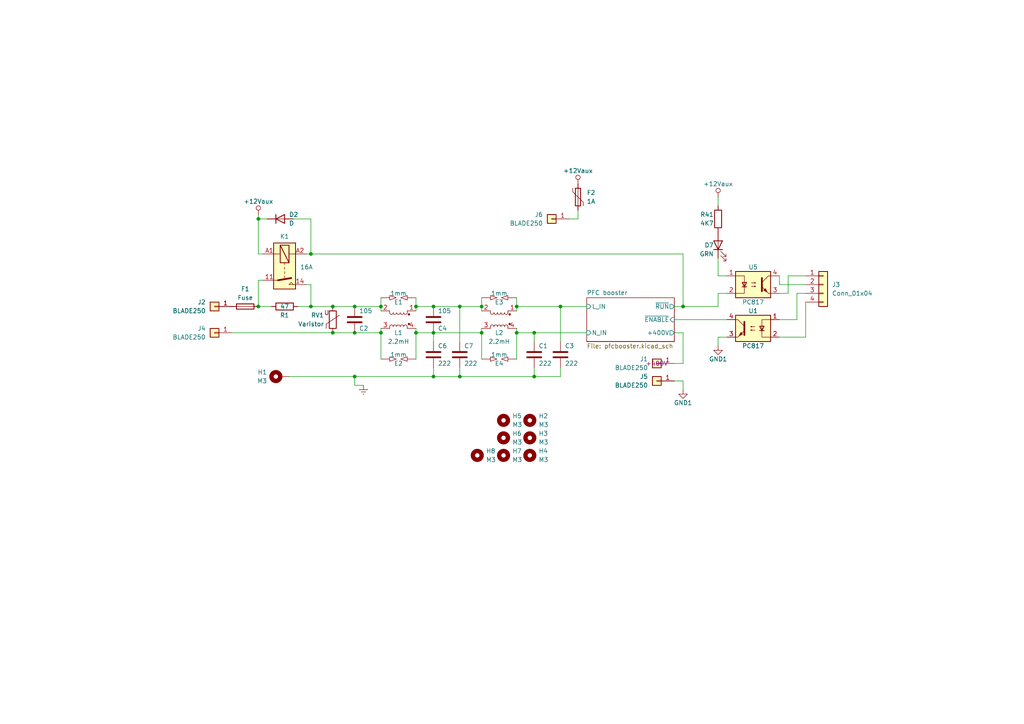
<source format=kicad_sch>
(kicad_sch (version 20230121) (generator eeschema)
  (paper "A4")
  (lib_symbols
    (symbol "Connector_Generic:Conn_01x01" (pin_names (offset 1.016) hide)
      (property "Reference" "J" (at 0 2.54 0))
      (property "Value" "Conn_01x01" (at 0 -2.54 0))
      (symbol "Conn_01x01_1_1"
        (rectangle (start -1.27 0.127) (end 0 -0.127) (stroke (width 0.1524)))
        (rectangle (start -1.27 1.27) (end 1.27 -1.27) (stroke (width 0.254)) (fill (type background)))
        (pin passive line (at -5.08 0 0) (length 3.81) (name "Pin_1") (number "1"))
      )
    )
    (symbol "Connector_Generic:Conn_01x04" (pin_names (offset 1.016) hide)
      (property "Reference" "J" (at 0 5.08 0))
      (property "Value" "Conn_01x04" (at 0 -7.62 0))
      (symbol "Conn_01x04_1_1"
        (rectangle (start -1.27 -4.953) (end 0 -5.207) (stroke (width 0.1524)))
        (rectangle (start -1.27 -2.413) (end 0 -2.667) (stroke (width 0.1524)))
        (rectangle (start -1.27 0.127) (end 0 -0.127) (stroke (width 0.1524)))
        (rectangle (start -1.27 2.667) (end 0 2.413) (stroke (width 0.1524)))
        (rectangle (start -1.27 3.81) (end 1.27 -6.35) (stroke (width 0.254)) (fill (type background)))
        (pin passive line (at -5.08 2.54 0) (length 3.81) (name "Pin_1") (number "1"))
        (pin passive line (at -5.08 0 0) (length 3.81) (name "Pin_2") (number "2"))
        (pin passive line (at -5.08 -2.54 0) (length 3.81) (name "Pin_3") (number "3"))
        (pin passive line (at -5.08 -5.08 0) (length 3.81) (name "Pin_4") (number "4"))
      )
    )
    (symbol "Device:C" (pin_numbers hide) (pin_names (offset 0.254))
      (property "Reference" "C" (at 0.635 2.54 0))
      (property "Value" "C" (at 0.635 -2.54 0))
      (symbol "C_0_1"
        (polyline (pts (xy -2.032 -0.762) (xy 2.032 -0.762)) (stroke (width 0.508)))
        (polyline (pts (xy -2.032 0.762) (xy 2.032 0.762)) (stroke (width 0.508)))
      )
      (symbol "C_1_1"
        (pin passive line (at 0 3.81 270) (length 2.794) (name "~") (number "1"))
        (pin passive line (at 0 -3.81 90) (length 2.794) (name "~") (number "2"))
      )
    )
    (symbol "Device:D" (pin_numbers hide) (pin_names (offset 1.016) hide)
      (property "Reference" "D" (at 0 2.54 0))
      (property "Value" "D" (at 0 -2.54 0))
      (symbol "D_0_1"
        (polyline (pts (xy -1.27 1.27) (xy -1.27 -1.27)) (stroke (width 0.254)))
        (polyline (pts (xy 1.27 0) (xy -1.27 0)))
        (polyline (pts (xy 1.27 1.27) (xy 1.27 -1.27) (xy -1.27 0) (xy 1.27 1.27)) (stroke (width 0.254)))
      )
      (symbol "D_1_1"
        (pin passive line (at -3.81 0 0) (length 2.54) (name "K") (number "1"))
        (pin passive line (at 3.81 0 180) (length 2.54) (name "A") (number "2"))
      )
    )
    (symbol "Device:Fuse" (pin_numbers hide) (pin_names (offset 0))
      (property "Reference" "F" (at 2.032 0 90))
      (property "Value" "Fuse" (at -1.905 0 90))
      (symbol "Fuse_0_1"
        (rectangle (start -0.762 -2.54) (end 0.762 2.54) (stroke (width 0.254)))
        (polyline (pts (xy 0 2.54) (xy 0 -2.54)))
      )
      (symbol "Fuse_1_1"
        (pin passive line (at 0 3.81 270) (length 1.27) (name "~") (number "1"))
        (pin passive line (at 0 -3.81 90) (length 1.27) (name "~") (number "2"))
      )
    )
    (symbol "Device:LED" (pin_numbers hide) (pin_names (offset 1.016) hide)
      (property "Reference" "D" (at 0 2.54 0))
      (property "Value" "LED" (at 0 -2.54 0))
      (symbol "LED_0_1"
        (polyline (pts (xy -1.27 -1.27) (xy -1.27 1.27)) (stroke (width 0.254)))
        (polyline (pts (xy -1.27 0) (xy 1.27 0)))
        (polyline (pts (xy 1.27 -1.27) (xy 1.27 1.27) (xy -1.27 0) (xy 1.27 -1.27)) (stroke (width 0.254)))
        (polyline (pts (xy -3.048 -0.762) (xy -4.572 -2.286) (xy -3.81 -2.286) (xy -4.572 -2.286) (xy -4.572 -1.524)))
        (polyline (pts (xy -1.778 -0.762) (xy -3.302 -2.286) (xy -2.54 -2.286) (xy -3.302 -2.286) (xy -3.302 -1.524)))
      )
      (symbol "LED_1_1"
        (pin passive line (at -3.81 0 0) (length 2.54) (name "K") (number "1"))
        (pin passive line (at 3.81 0 180) (length 2.54) (name "A") (number "2"))
      )
    )
    (symbol "Device:L_Coupled_1243" (pin_names (offset 0.254) hide)
      (property "Reference" "L" (at 0 4.445 0))
      (property "Value" "L_Coupled_1243" (at 0 -4.445 0))
      (symbol "L_Coupled_1243_0_1"
        (circle (center -3.048 -1.27) (radius 0.254) (fill (type outline)))
        (circle (center -3.048 1.524) (radius 0.254) (fill (type outline)))
        (arc (start -2.54 2.032) (mid -2.032 1.5262) (end -1.524 2.032))
        (arc (start -1.524 -2.032) (mid -2.032 -1.5262) (end -2.54 -2.032))
        (arc (start -1.524 2.032) (mid -1.016 1.5262) (end -0.508 2.032))
        (arc (start -0.508 -2.032) (mid -1.016 -1.5262) (end -1.524 -2.032))
        (arc (start -0.508 2.032) (mid 0 1.5262) (end 0.508 2.032))
        (polyline (pts (xy -2.54 -2.032) (xy -2.54 -2.54)))
        (polyline (pts (xy -2.54 2.032) (xy -2.54 2.54)))
        (polyline (pts (xy 2.54 -2.032) (xy 2.54 -2.54)))
        (polyline (pts (xy 2.54 2.54) (xy 2.54 2.032)))
        (arc (start 0.508 -2.032) (mid 0 -1.5262) (end -0.508 -2.032))
        (arc (start 0.508 2.032) (mid 1.016 1.5262) (end 1.524 2.032))
        (arc (start 1.524 -2.032) (mid 1.016 -1.5262) (end 0.508 -2.032))
        (arc (start 1.524 2.032) (mid 2.032 1.5262) (end 2.54 2.032))
        (arc (start 2.54 -2.032) (mid 2.032 -1.5262) (end 1.524 -2.032))
      )
      (symbol "L_Coupled_1243_1_1"
        (pin passive line (at -5.08 2.54 0) (length 2.54) (name "1") (number "1"))
        (pin passive line (at 5.08 2.54 180) (length 2.54) (name "2") (number "2"))
        (pin passive line (at 5.08 -2.54 180) (length 2.54) (name "3") (number "3"))
        (pin passive line (at -5.08 -2.54 0) (length 2.54) (name "4") (number "4"))
      )
    )
    (symbol "Device:Polyfuse" (pin_numbers hide) (pin_names (offset 0))
      (property "Reference" "F" (at -2.54 0 90))
      (property "Value" "Polyfuse" (at 2.54 0 90))
      (symbol "Polyfuse_0_1"
        (rectangle (start -0.762 2.54) (end 0.762 -2.54) (stroke (width 0.254)))
        (polyline (pts (xy 0 2.54) (xy 0 -2.54)))
        (polyline (pts (xy -1.524 2.54) (xy -1.524 1.524) (xy 1.524 -1.524) (xy 1.524 -2.54)))
      )
      (symbol "Polyfuse_1_1"
        (pin passive line (at 0 3.81 270) (length 1.27) (name "~") (number "1"))
        (pin passive line (at 0 -3.81 90) (length 1.27) (name "~") (number "2"))
      )
    )
    (symbol "Device:R" (pin_numbers hide) (pin_names (offset 0))
      (property "Reference" "R" (at 2.032 0 90))
      (property "Value" "R" (at 0 0 90))
      (symbol "R_0_1"
        (rectangle (start -1.016 -2.54) (end 1.016 2.54) (stroke (width 0.254)))
      )
      (symbol "R_1_1"
        (pin passive line (at 0 3.81 270) (length 1.27) (name "~") (number "1"))
        (pin passive line (at 0 -3.81 90) (length 1.27) (name "~") (number "2"))
      )
    )
    (symbol "Device:SparkGap" (pin_numbers hide) (pin_names (offset 0))
      (property "Reference" "E" (at 0 2.032 0))
      (property "Value" "SparkGap" (at 0 -1.905 0))
      (symbol "SparkGap_0_1"
        (polyline (pts (xy -2.54 0.635) (xy -2.54 -0.635) (xy -0.635 0) (xy -2.54 0.635)))
        (polyline (pts (xy 2.54 0.635) (xy 2.54 -0.635) (xy 0.635 0) (xy 2.54 0.635)))
      )
      (symbol "SparkGap_1_1"
        (pin passive line (at -5.08 0 0) (length 2.54) (name "~") (number "1"))
        (pin passive line (at 5.08 0 180) (length 2.54) (name "~") (number "2"))
      )
    )
    (symbol "Device:Varistor" (pin_numbers hide) (pin_names (offset 0))
      (property "Reference" "RV" (at 3.175 0 90))
      (property "Value" "Varistor" (at -3.175 0 90))
      (symbol "Varistor_0_0"
        (text "U" (at -1.778 -2.032 0) (effects (font (size 1.27 1.27))))
      )
      (symbol "Varistor_0_1"
        (rectangle (start -1.016 -2.54) (end 1.016 2.54) (stroke (width 0.254)))
        (polyline (pts (xy -1.905 2.54) (xy -1.905 1.27) (xy 1.905 -1.27)))
      )
      (symbol "Varistor_1_1"
        (pin passive line (at 0 3.81 270) (length 1.27) (name "~") (number "1"))
        (pin passive line (at 0 -3.81 90) (length 1.27) (name "~") (number "2"))
      )
    )
    (symbol "HR-parts:+12Vaux" (power) (pin_numbers hide) (pin_names (offset 0))
      (property "Value" "+12Vaux" (at 0 3.81 0))
      (symbol "+12Vaux_0_0"
        (pin power_in line (at 0 0 90) (length 0) hide (name "+12Vaux") (number "1"))
      )
      (symbol "+12Vaux_0_1"
        (polyline (pts (xy 0 0) (xy 0 1.27)))
        (circle (center 0 1.905) (radius 0.635))
      )
    )
    (symbol "HR-parts:RELAY_GENERIC_SPNO"
      (property "Reference" "K" (at 0 8.89 0))
      (property "Value" "RELAY_GENERIC_SPNO" (at 0 -8.89 0))
      (symbol "RELAY_GENERIC_SPNO_0_1"
        (rectangle (start -3.175 6.985) (end 3.175 -6.35) (stroke (width 0.254)) (fill (type background)))
        (rectangle (start -1.27 6.35) (end 1.27 1.27) (stroke (width 0.254)))
        (polyline (pts (xy -2.54 3.81) (xy -1.27 3.81)))
        (polyline (pts (xy -1.905 -3.81) (xy -2.54 -3.81)))
        (polyline (pts (xy -1.905 -3.81) (xy 1.905 -3.175)) (stroke (width 0.508)))
        (polyline (pts (xy -1.27 6.35) (xy 1.27 1.27)) (stroke (width 0.254)))
        (polyline (pts (xy 0 -2.54) (xy 0 -3.175)))
        (polyline (pts (xy 0 -1.27) (xy 0 -1.905)))
        (polyline (pts (xy 0 0) (xy 0 -0.635)))
        (polyline (pts (xy 0 1.27) (xy 0 0.635)))
        (polyline (pts (xy 2.54 3.81) (xy 1.27 3.81)))
        (polyline (pts (xy 2.54 -5.08) (xy 1.27 -5.08) (xy 1.905 -4.445) (xy 2.54 -5.08)))
      )
      (symbol "RELAY_GENERIC_SPNO_1_1"
        (pin passive line (at -6.35 -3.81 0) (length 3.81) (name "") (number "11"))
        (pin passive line (at 6.35 -5.08 180) (length 3.81) (name "") (number "14"))
        (pin passive line (at -6.35 3.81 0) (length 3.81) (name "") (number "A1"))
        (pin passive line (at 6.35 3.81 180) (length 3.81) (name "") (number "A2"))
      )
    )
    (symbol "Isolator:PC817" (pin_names (offset 1.016))
      (property "Reference" "U" (at -5.08 5.08 0))
      (property "Value" "PC817" (at 0 5.08 0))
      (symbol "PC817_0_1"
        (rectangle (start -5.08 3.81) (end 5.08 -3.81) (stroke (width 0.254)) (fill (type background)))
        (polyline (pts (xy -3.175 -0.635) (xy -1.905 -0.635)) (stroke (width 0.254)))
        (polyline (pts (xy 2.54 0.635) (xy 4.445 2.54)))
        (polyline (pts (xy 4.445 -2.54) (xy 2.54 -0.635)) (fill (type outline)))
        (polyline (pts (xy 4.445 -2.54) (xy 5.08 -2.54)))
        (polyline (pts (xy 4.445 2.54) (xy 5.08 2.54)))
        (polyline (pts (xy -5.08 2.54) (xy -2.54 2.54) (xy -2.54 -0.635)))
        (polyline (pts (xy -2.54 -0.635) (xy -2.54 -2.54) (xy -5.08 -2.54)))
        (polyline (pts (xy 2.54 1.905) (xy 2.54 -1.905) (xy 2.54 -1.905)) (stroke (width 0.508)))
        (polyline (pts (xy -2.54 -0.635) (xy -3.175 0.635) (xy -1.905 0.635) (xy -2.54 -0.635)) (stroke (width 0.254)))
        (polyline (pts (xy -0.508 -0.508) (xy 0.762 -0.508) (xy 0.381 -0.635) (xy 0.381 -0.381) (xy 0.762 -0.508)))
        (polyline (pts (xy -0.508 0.508) (xy 0.762 0.508) (xy 0.381 0.381) (xy 0.381 0.635) (xy 0.762 0.508)))
        (polyline (pts (xy 3.048 -1.651) (xy 3.556 -1.143) (xy 4.064 -2.159) (xy 3.048 -1.651) (xy 3.048 -1.651)) (fill (type outline)))
      )
      (symbol "PC817_1_1"
        (pin passive line (at -7.62 2.54 0) (length 2.54) (name "~") (number "1"))
        (pin passive line (at -7.62 -2.54 0) (length 2.54) (name "~") (number "2"))
        (pin passive line (at 7.62 -2.54 180) (length 2.54) (name "~") (number "3"))
        (pin passive line (at 7.62 2.54 180) (length 2.54) (name "~") (number "4"))
      )
    )
    (symbol "Mechanical:MountingHole" (pin_names (offset 1.016))
      (property "Reference" "H" (at 0 5.08 0))
      (property "Value" "MountingHole" (at 0 3.175 0))
      (symbol "MountingHole_0_1"
        (circle (center 0 0) (radius 1.27) (stroke (width 1.27)))
      )
    )
    (symbol "Mechanical:MountingHole_Pad" (pin_numbers hide) (pin_names (offset 1.016) hide)
      (property "Reference" "H" (at 0 6.35 0))
      (property "Value" "MountingHole_Pad" (at 0 4.445 0))
      (symbol "MountingHole_Pad_0_1"
        (circle (center 0 1.27) (radius 1.27) (stroke (width 1.27)))
      )
      (symbol "MountingHole_Pad_1_1"
        (pin input line (at 0 -2.54 90) (length 2.54) (name "1") (number "1"))
      )
    )
    (symbol "power:Earth" (power) (pin_names (offset 0))
      (symbol "Earth_0_1"
        (polyline (pts (xy -0.635 -1.905) (xy 0.635 -1.905)))
        (polyline (pts (xy -0.127 -2.54) (xy 0.127 -2.54)))
        (polyline (pts (xy 0 -1.27) (xy 0 0)))
        (polyline (pts (xy 1.27 -1.27) (xy -1.27 -1.27)))
      )
      (symbol "Earth_1_1"
        (pin power_in line (at 0 0 270) (length 0) hide (name "Earth") (number "1"))
      )
    )
    (symbol "power:GND1" (power) (pin_names (offset 0))
      (property "Value" "GND1" (at 0 -3.81 0))
      (symbol "GND1_0_1"
        (polyline (pts (xy 0 0) (xy 0 -1.27) (xy 1.27 -1.27) (xy 0 -2.54) (xy -1.27 -1.27) (xy 0 -1.27)))
      )
      (symbol "GND1_1_1"
        (pin power_in line (at 0 0 270) (length 0) hide (name "GND1") (number "1"))
      )
    )
  )
  (junction (at 102.87 88.9))
  (junction (at 149.86 96.52))
  (junction (at 154.94 96.52))
  (junction (at 154.94 109.22))
  (junction (at 139.7 96.52))
  (junction (at 120.65 96.52))
  (junction (at 102.87 96.52))
  (junction (at 125.73 109.22))
  (junction (at 133.35 88.9))
  (junction (at 133.35 109.22))
  (junction (at 125.73 96.52))
  (junction (at 139.7 88.9))
  (junction (at 74.93 88.9))
  (junction (at 198.12 88.9))
  (junction (at 110.49 88.9))
  (junction (at 149.86 88.9))
  (junction (at 162.56 88.9))
  (junction (at 102.87 109.22))
  (junction (at 90.17 73.66))
  (junction (at 90.17 88.9))
  (junction (at 96.52 96.52))
  (junction (at 125.73 88.9))
  (junction (at 110.49 96.52))
  (junction (at 96.52 88.9))
  (junction (at 120.65 88.9))
  (junction (at 74.93 63.5))
  (wire (pts (xy 149.86 95.25) (xy 149.86 96.52)))
  (wire (pts (xy 162.56 88.9) (xy 162.56 99.06)))
  (wire (pts (xy 139.7 95.25) (xy 139.7 96.52)))
  (wire (pts (xy 120.65 95.25) (xy 120.65 96.52)))
  (wire (pts (xy 74.93 62.23) (xy 74.93 63.5)))
  (wire (pts (xy 154.94 96.52) (xy 170.18 96.52)))
  (wire (pts (xy 195.58 88.9) (xy 198.12 88.9)))
  (wire (pts (xy 226.06 85.09) (xy 228.6 85.09)))
  (wire (pts (xy 74.93 73.66) (xy 74.93 63.5)))
  (wire (pts (xy 110.49 96.52) (xy 110.49 104.14)))
  (wire (pts (xy 226.06 97.79) (xy 233.68 97.79)))
  (wire (pts (xy 110.49 95.25) (xy 110.49 96.52)))
  (wire (pts (xy 120.65 96.52) (xy 125.73 96.52)))
  (wire (pts (xy 133.35 109.22) (xy 133.35 106.68)))
  (wire (pts (xy 110.49 86.36) (xy 110.49 88.9)))
  (wire (pts (xy 125.73 109.22) (xy 133.35 109.22)))
  (wire (pts (xy 133.35 109.22) (xy 154.94 109.22)))
  (wire (pts (xy 167.64 60.96) (xy 167.64 63.5)))
  (wire (pts (xy 228.6 80.01) (xy 233.68 80.01)))
  (wire (pts (xy 154.94 109.22) (xy 162.56 109.22)))
  (wire (pts (xy 125.73 88.9) (xy 120.65 88.9)))
  (wire (pts (xy 88.9 82.55) (xy 90.17 82.55)))
  (wire (pts (xy 125.73 96.52) (xy 125.73 99.06)))
  (wire (pts (xy 120.65 88.9) (xy 120.65 90.17)))
  (wire (pts (xy 83.82 109.22) (xy 102.87 109.22)))
  (wire (pts (xy 198.12 88.9) (xy 208.28 88.9)))
  (wire (pts (xy 125.73 106.68) (xy 125.73 109.22)))
  (wire (pts (xy 74.93 63.5) (xy 77.47 63.5)))
  (wire (pts (xy 133.35 88.9) (xy 133.35 99.06)))
  (wire (pts (xy 133.35 88.9) (xy 139.7 88.9)))
  (wire (pts (xy 195.58 92.71) (xy 210.82 92.71)))
  (wire (pts (xy 102.87 109.22) (xy 102.87 111.76)))
  (wire (pts (xy 120.65 86.36) (xy 120.65 88.9)))
  (wire (pts (xy 90.17 82.55) (xy 90.17 88.9)))
  (wire (pts (xy 90.17 73.66) (xy 90.17 63.5)))
  (wire (pts (xy 162.56 88.9) (xy 170.18 88.9)))
  (wire (pts (xy 208.28 97.79) (xy 208.28 100.33)))
  (wire (pts (xy 139.7 86.36) (xy 139.7 88.9)))
  (wire (pts (xy 96.52 88.9) (xy 102.87 88.9)))
  (wire (pts (xy 125.73 88.9) (xy 133.35 88.9)))
  (wire (pts (xy 139.7 96.52) (xy 139.7 104.14)))
  (wire (pts (xy 102.87 109.22) (xy 125.73 109.22)))
  (wire (pts (xy 165.1 63.5) (xy 167.64 63.5)))
  (wire (pts (xy 162.56 109.22) (xy 162.56 106.68)))
  (wire (pts (xy 198.12 105.41) (xy 195.58 105.41)))
  (wire (pts (xy 67.31 96.52) (xy 96.52 96.52)))
  (wire (pts (xy 208.28 85.09) (xy 210.82 85.09)))
  (wire (pts (xy 208.28 80.01) (xy 210.82 80.01)))
  (wire (pts (xy 198.12 96.52) (xy 198.12 105.41)))
  (wire (pts (xy 226.06 92.71) (xy 231.14 92.71)))
  (wire (pts (xy 96.52 96.52) (xy 102.87 96.52)))
  (wire (pts (xy 76.2 73.66) (xy 74.93 73.66)))
  (wire (pts (xy 154.94 109.22) (xy 154.94 106.68)))
  (wire (pts (xy 90.17 88.9) (xy 96.52 88.9)))
  (wire (pts (xy 195.58 110.49) (xy 198.12 110.49)))
  (wire (pts (xy 102.87 111.76) (xy 105.41 111.76)))
  (wire (pts (xy 198.12 110.49) (xy 198.12 113.03)))
  (wire (pts (xy 125.73 96.52) (xy 139.7 96.52)))
  (wire (pts (xy 120.65 96.52) (xy 120.65 104.14)))
  (wire (pts (xy 233.68 87.63) (xy 233.68 97.79)))
  (wire (pts (xy 90.17 73.66) (xy 198.12 73.66)))
  (wire (pts (xy 149.86 86.36) (xy 149.86 88.9)))
  (wire (pts (xy 90.17 63.5) (xy 85.09 63.5)))
  (wire (pts (xy 149.86 88.9) (xy 162.56 88.9)))
  (wire (pts (xy 86.36 88.9) (xy 90.17 88.9)))
  (wire (pts (xy 74.93 81.28) (xy 74.93 88.9)))
  (wire (pts (xy 226.06 82.55) (xy 233.68 82.55)))
  (wire (pts (xy 110.49 88.9) (xy 110.49 90.17)))
  (wire (pts (xy 139.7 88.9) (xy 139.7 90.17)))
  (wire (pts (xy 208.28 74.93) (xy 208.28 80.01)))
  (wire (pts (xy 198.12 73.66) (xy 198.12 88.9)))
  (wire (pts (xy 88.9 73.66) (xy 90.17 73.66)))
  (wire (pts (xy 226.06 80.01) (xy 226.06 82.55)))
  (wire (pts (xy 149.86 96.52) (xy 154.94 96.52)))
  (wire (pts (xy 102.87 96.52) (xy 110.49 96.52)))
  (wire (pts (xy 208.28 88.9) (xy 208.28 85.09)))
  (wire (pts (xy 228.6 85.09) (xy 228.6 80.01)))
  (wire (pts (xy 210.82 97.79) (xy 208.28 97.79)))
  (wire (pts (xy 195.58 96.52) (xy 198.12 96.52)))
  (wire (pts (xy 74.93 88.9) (xy 78.74 88.9)))
  (wire (pts (xy 208.28 57.15) (xy 208.28 59.69)))
  (wire (pts (xy 110.49 88.9) (xy 102.87 88.9)))
  (wire (pts (xy 231.14 92.71) (xy 231.14 85.09)))
  (wire (pts (xy 74.93 81.28) (xy 76.2 81.28)))
  (wire (pts (xy 154.94 96.52) (xy 154.94 99.06)))
  (wire (pts (xy 149.86 96.52) (xy 149.86 104.14)))
  (wire (pts (xy 231.14 85.09) (xy 233.68 85.09)))
  (wire (pts (xy 149.86 88.9) (xy 149.86 90.17)))
  (symbol (lib_id "Device:C") (at 125.73 92.71 0) (mirror x) (unit 1)
    (property "Reference" "C4" (at 127 95.25 0) (effects (justify left)))
    (property "Value" "105" (at 127 90.17 0) (effects (justify left)))
    (property "Footprint" "Capacitor_THT:C_Rect_L26.5mm_W11.5mm_P22.50mm_MKS4" (effects hide))
  )
  (symbol (lib_id "Connector_Generic:Conn_01x01") (at 190.5 110.49 0) (mirror y) (unit 1)
    (property "Reference" "J5" (at 187.96 109.22 0) (effects (justify left)))
    (property "Value" "BLADE250" (at 187.96 111.76 0) (effects (justify left)))
    (property "Footprint" "HR_Parts:CON-BLADE250-VERTICAL" (effects hide))
  )
  (symbol (lib_id "Device:D") (at 81.28 63.5 0) (unit 1)
    (property "Reference" "D2" (at 83.82 62.23 0) (effects (justify left)))
    (property "Value" "D" (at 83.82 64.77 0) (effects (justify left)))
    (property "Footprint" "Diode_SMD:D_SOD-123" (effects hide))
  )
  (symbol (lib_id "Mechanical:MountingHole") (at 146.05 132.08 0) (unit 1)
    (property "Reference" "H7" (at 148.59 130.8099 0) (effects (justify left)))
    (property "Value" "M3" (at 148.59 133.3499 0) (effects (justify left)))
    (property "Footprint" "MountingHole:MountingHole_3.2mm_M3" (effects hide))
  )
  (symbol (lib_id "Connector_Generic:Conn_01x04") (at 238.76 82.55 0) (unit 1)
    (property "Reference" "J3" (at 241.3 82.55 0) (effects (justify left)))
    (property "Value" "Conn_01x04" (at 241.3 85.09 0) (effects (justify left)))
    (property "Footprint" "Connector_JST:JST_XA_B04B-XASK-1-A_1x04_P2.50mm_Vertical" (effects hide))
  )
  (symbol (lib_id "Device:Varistor") (at 96.52 92.71 0) (mirror x) (unit 1)
    (property "Reference" "RV1" (at 93.98 91.44 0) (effects (justify right)))
    (property "Value" "Varistor" (at 93.98 93.98 0) (effects (justify right)))
    (property "Footprint" "Varistor:RV_Disc_D21.5mm_W4.7mm_P10mm" (effects hide))
  )
  (symbol (lib_id "Device:SparkGap") (at 144.78 86.36 0) (mirror x) (unit 1)
    (property "Reference" "E3" (at 144.78 87.63 0))
    (property "Value" "1mm" (at 144.78 85.09 0))
    (property "Footprint" "HR_Parts:SG_6MM_3SPIKE_GAP1MM" (effects hide))
  )
  (symbol (lib_id "Device:C") (at 133.35 102.87 0) (unit 1)
    (property "Reference" "C7" (at 134.62 100.33 0) (effects (justify left)))
    (property "Value" "222" (at 134.62 105.41 0) (effects (justify left)))
    (property "Footprint" "Capacitor_THT:C_Disc_D10.5mm_W5.0mm_P7.50mm" (effects hide))
  )
  (symbol (lib_id "Device:R") (at 208.28 63.5 0) (unit 1)
    (property "Reference" "R41" (at 207.01 62.23 0) (effects (justify right)))
    (property "Value" "4K7" (at 207.01 64.77 0) (effects (justify right)))
    (property "Footprint" "Resistor_SMD:R_0805_2012Metric" (effects hide))
  )
  (symbol (lib_id "Device:C") (at 125.73 102.87 0) (unit 1)
    (property "Reference" "C6" (at 127 100.33 0) (effects (justify left)))
    (property "Value" "222" (at 127 105.41 0) (effects (justify left)))
    (property "Footprint" "Capacitor_THT:C_Disc_D10.5mm_W5.0mm_P7.50mm" (effects hide))
  )
  (symbol (lib_id "Mechanical:MountingHole") (at 153.67 127 0) (unit 1)
    (property "Reference" "H3" (at 156.21 125.7299 0) (effects (justify left)))
    (property "Value" "M3" (at 156.21 128.2699 0) (effects (justify left)))
    (property "Footprint" "MountingHole:MountingHole_3.2mm_M3" (effects hide))
  )
  (symbol (lib_id "power:Earth") (at 105.41 111.76 0) (unit 1)
    (property "Reference" "#PWR05" (effects hide))
    (property "Value" "Earth" (effects hide))
  )
  (symbol (lib_id "Mechanical:MountingHole_Pad") (at 81.28 109.22 90) (unit 1)
    (property "Reference" "H1" (at 77.47 107.95 90) (effects (justify left)))
    (property "Value" "M3" (at 77.47 110.49 90) (effects (justify left)))
    (property "Footprint" "MountingHole:MountingHole_3.2mm_M3_Pad" (effects hide))
  )
  (symbol (lib_id "power:GND1") (at 208.28 100.33 0) (unit 1)
    (property "Reference" "#PWR08" (effects hide))
    (property "Value" "GND1" (at 208.28 104.14 0))
  )
  (symbol (lib_id "Connector_Generic:Conn_01x01") (at 62.23 96.52 0) (mirror y) (unit 1)
    (property "Reference" "J4" (at 59.69 95.25 0) (effects (justify left)))
    (property "Value" "BLADE250" (at 59.69 97.79 0) (effects (justify left)))
    (property "Footprint" "HR_Parts:CON-BLADE250-VERTICAL" (effects hide))
  )
  (symbol (lib_id "Mechanical:MountingHole") (at 153.67 121.92 0) (unit 1)
    (property "Reference" "H2" (at 156.21 120.6499 0) (effects (justify left)))
    (property "Value" "M3" (at 156.21 123.1899 0) (effects (justify left)))
    (property "Footprint" "MountingHole:MountingHole_3.2mm_M3" (effects hide))
  )
  (symbol (lib_id "Connector_Generic:Conn_01x01") (at 190.5 105.41 0) (mirror y) (unit 1)
    (property "Reference" "J1" (at 187.96 104.14 0) (effects (justify left)))
    (property "Value" "BLADE250" (at 187.96 106.68 0) (effects (justify left)))
    (property "Footprint" "HR_Parts:CON-BLADE250-VERTICAL" (effects hide))
    (property "Function" "+400V" (at 190.5 105.41 0))
  )
  (symbol (lib_id "Device:L_Coupled_1243") (at 144.78 92.71 0) (mirror y) (unit 1)
    (property "Reference" "L2" (at 144.78 96.52 0))
    (property "Value" "2.2mH" (at 144.78 99.06 0))
    (property "Footprint" "Inductor_THT:L_CommonMode_Toroid_Vertical_L30.5mm_W15.2mm_Px10.16mm_Py20.32mm_Bourns_8100" (effects hide))
  )
  (symbol (lib_id "Device:Polyfuse") (at 167.64 57.15 0) (unit 1)
    (property "Reference" "F2" (at 170.18 55.88 0) (effects (justify left)))
    (property "Value" "1A" (at 170.18 58.42 0) (effects (justify left)))
    (property "Footprint" "Fuse:Fuse_1210_3225Metric" (effects hide))
  )
  (symbol (lib_id "Device:R") (at 82.55 88.9 90) (mirror x) (unit 1)
    (property "Reference" "R1" (at 82.55 91.44 90))
    (property "Value" "47" (at 82.55 88.9 90))
    (property "Footprint" "Resistor_THT:R_Radial_Power_L12.0mm_W8.0mm_P5.00mm" (effects hide))
  )
  (symbol (lib_id "Mechanical:MountingHole") (at 153.67 132.08 0) (unit 1)
    (property "Reference" "H4" (at 156.21 130.8099 0) (effects (justify left)))
    (property "Value" "M3" (at 156.21 133.3499 0) (effects (justify left)))
    (property "Footprint" "MountingHole:MountingHole_3.2mm_M3" (effects hide))
  )
  (symbol (lib_id "Device:SparkGap") (at 115.57 104.14 0) (mirror x) (unit 1)
    (property "Reference" "E2" (at 115.57 105.41 0))
    (property "Value" "1mm" (at 115.57 102.87 0))
    (property "Footprint" "HR_Parts:SG_6MM_3SPIKE_GAP1MM" (effects hide))
  )
  (symbol (lib_id "Device:C") (at 154.94 102.87 0) (unit 1)
    (property "Reference" "C1" (at 156.21 100.33 0) (effects (justify left)))
    (property "Value" "222" (at 156.21 105.41 0) (effects (justify left)))
    (property "Footprint" "Capacitor_THT:C_Disc_D10.5mm_W5.0mm_P7.50mm" (effects hide))
  )
  (symbol (lib_id "HR-parts:+12Vaux") (at 74.93 62.23 0) (unit 1)
    (property "Reference" "#PWR02" (effects hide))
    (property "Value" "+12Vaux" (at 74.93 58.42 0))
  )
  (symbol (lib_id "HR-parts:+12Vaux") (at 208.28 57.15 0) (unit 1)
    (property "Reference" "#PWR07" (effects hide))
    (property "Value" "+12Vaux" (at 208.28 53.34 0))
  )
  (symbol (lib_id "Device:SparkGap") (at 144.78 104.14 0) (mirror x) (unit 1)
    (property "Reference" "E4" (at 144.78 105.41 0))
    (property "Value" "1mm" (at 144.78 102.87 0))
    (property "Footprint" "HR_Parts:SG_6MM_3SPIKE_GAP1MM" (effects hide))
  )
  (symbol (lib_id "HR-parts:+12Vaux") (at 167.64 53.34 0) (unit 1)
    (property "Reference" "#PWR016" (effects hide))
    (property "Value" "+12Vaux" (at 167.64 49.53 0))
  )
  (symbol (lib_id "Mechanical:MountingHole") (at 146.05 121.92 0) (unit 1)
    (property "Reference" "H5" (at 148.59 120.6499 0) (effects (justify left)))
    (property "Value" "M3" (at 148.59 123.1899 0) (effects (justify left)))
    (property "Footprint" "MountingHole:MountingHole_3.2mm_M3" (effects hide))
  )
  (symbol (lib_id "power:GND1") (at 198.12 113.03 0) (unit 1)
    (property "Reference" "#PWR01" (effects hide))
    (property "Value" "GND1" (at 198.12 116.84 0))
  )
  (symbol (lib_id "Mechanical:MountingHole") (at 146.05 127 0) (unit 1)
    (property "Reference" "H6" (at 148.59 125.7299 0) (effects (justify left)))
    (property "Value" "M3" (at 148.59 128.2699 0) (effects (justify left)))
    (property "Footprint" "MountingHole:MountingHole_3.2mm_M3" (effects hide))
  )
  (symbol (lib_id "Device:Fuse") (at 71.12 88.9 90) (unit 1)
    (property "Reference" "F1" (at 71.12 83.82 90))
    (property "Value" "Fuse" (at 71.12 86.36 90))
    (property "Footprint" "Fuse:Fuseholder_Clip-6.3x32mm_Littelfuse_102071_Inline_P34.70x7.60mm_D2.00mm_Horizontal" (effects hide))
  )
  (symbol (lib_id "Device:C") (at 162.56 102.87 0) (unit 1)
    (property "Reference" "C3" (at 163.83 100.33 0) (effects (justify left)))
    (property "Value" "222" (at 163.83 105.41 0) (effects (justify left)))
    (property "Footprint" "Capacitor_THT:C_Disc_D10.5mm_W5.0mm_P7.50mm" (effects hide))
  )
  (symbol (lib_id "HR-parts:RELAY_GENERIC_SPNO") (at 82.55 77.47 0) (unit 1)
    (property "Reference" "K1" (at 82.55 68.58 0))
    (property "Value" "16A" (at 88.9 77.47 0))
    (property "Footprint" "Relay_THT:Relay_1-Form-A_Schrack-RYII_RM5mm" (effects hide))
  )
  (symbol (lib_id "Connector_Generic:Conn_01x01") (at 160.02 63.5 0) (mirror y) (unit 1)
    (property "Reference" "J6" (at 157.48 62.23 0) (effects (justify left)))
    (property "Value" "BLADE250" (at 157.48 64.77 0) (effects (justify left)))
    (property "Footprint" "HR_Parts:CON-BLADE250-VERTICAL" (effects hide))
  )
  (symbol (lib_id "Mechanical:MountingHole") (at 138.43 132.08 0) (unit 1)
    (property "Reference" "H8" (at 140.97 130.8099 0) (effects (justify left)))
    (property "Value" "M3" (at 140.97 133.3499 0) (effects (justify left)))
    (property "Footprint" "MountingHole:MountingHole_3.2mm_M3" (effects hide))
  )
  (symbol (lib_id "Isolator:PC817") (at 218.44 82.55 0) (unit 1)
    (property "Reference" "U5" (at 218.44 77.47 0))
    (property "Value" "PC817" (at 218.44 87.63 0))
    (property "Footprint" "Package_DIP:DIP-4_W10.16mm" (effects hide))
    (property "Datasheet" "http://www.soselectronic.cz/a_info/resource/d/pc817.pdf" (effects hide))
  )
  (symbol (lib_id "Device:LED") (at 208.28 71.12 90) (unit 1)
    (property "Reference" "D7" (at 207.01 71.12 90) (effects (justify left)))
    (property "Value" "GRN" (at 207.01 73.66 90) (effects (justify left)))
    (property "Footprint" "LED_THT:LED_D3.0mm_Clear" (effects hide))
  )
  (symbol (lib_id "Connector_Generic:Conn_01x01") (at 62.23 88.9 0) (mirror y) (unit 1)
    (property "Reference" "J2" (at 59.69 87.63 0) (effects (justify left)))
    (property "Value" "BLADE250" (at 59.69 90.17 0) (effects (justify left)))
    (property "Footprint" "HR_Parts:CON-BLADE250-VERTICAL" (effects hide))
  )
  (symbol (lib_id "Device:SparkGap") (at 115.57 86.36 0) (mirror x) (unit 1)
    (property "Reference" "E1" (at 115.57 87.63 0))
    (property "Value" "1mm" (at 115.57 85.09 0))
    (property "Footprint" "HR_Parts:SG_6MM_3SPIKE_GAP1MM" (effects hide))
  )
  (symbol (lib_id "Device:C") (at 102.87 92.71 0) (mirror x) (unit 1)
    (property "Reference" "C2" (at 104.14 95.25 0) (effects (justify left)))
    (property "Value" "105" (at 104.14 90.17 0) (effects (justify left)))
    (property "Footprint" "Capacitor_THT:C_Rect_L26.5mm_W11.5mm_P22.50mm_MKS4" (effects hide))
  )
  (symbol (lib_id "Isolator:PC817") (at 218.44 95.25 0) (mirror y) (unit 1)
    (property "Reference" "U1" (at 218.44 90.17 0))
    (property "Value" "PC817" (at 218.44 100.33 0))
    (property "Footprint" "Package_DIP:DIP-4_W10.16mm" (effects hide))
    (property "Datasheet" "http://www.soselectronic.cz/a_info/resource/d/pc817.pdf" (effects hide))
  )
  (symbol (lib_id "Device:L_Coupled_1243") (at 115.57 92.71 0) (mirror y) (unit 1)
    (property "Reference" "L1" (at 115.57 96.52 0))
    (property "Value" "2.2mH" (at 115.57 99.06 0))
    (property "Footprint" "Inductor_THT:L_CommonMode_Toroid_Vertical_L30.5mm_W15.2mm_Px10.16mm_Py20.32mm_Bourns_8100" (effects hide))
  )
  (sheet (at 170.18 86.36) (size 25.4 12.7) (stroke (width 0.1524))
    (property "Sheetname" "PFC booster" (at 170.18 85.6484 0) (effects (justify left bottom)))
    (property "Sheetfile" "pfcbooster.kicad_sch" (at 170.18 99.6446 0) (effects (justify left top)))
    (pin "+400V" output (at 195.58 96.52 0))
    (pin "~{ENABLE}" input (at 195.58 92.71 0))
    (pin "L_IN" input (at 170.18 88.9 180))
    (pin "N_IN" input (at 170.18 96.52 180))
    (pin "~{RUN}" output (at 195.58 88.9 0))
  )
)
</source>
